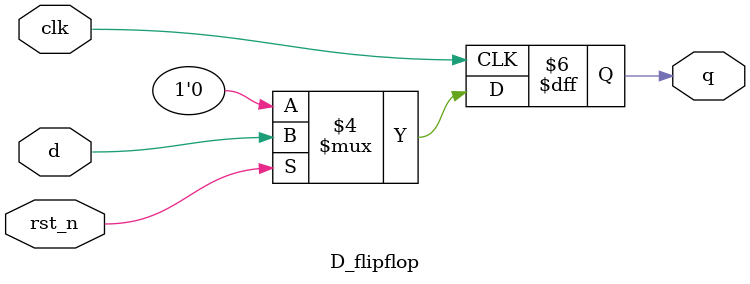
<source format=v>
module Lab2_EX2(SW, LEDR, LEDG);
    input  [17:0] SW;
    output [17:0] LEDR;
    output [7:0]  LEDG;
    assign LEDR = SW;
    D_flipflop DUT (
        .clk  (SW[2]), 
        .rst_n(SW[1]),
        .d    (SW[0]),
        .q    (LEDG[2])
    );
endmodule

module D_flipflop (
    input  clk, 
    input  rst_n,
    input  d,
    output reg q
);
    always @(posedge clk) begin
        if (!rst_n)
            q <= 1'b0;
        else
            q <= d;
    end
endmodule

</source>
